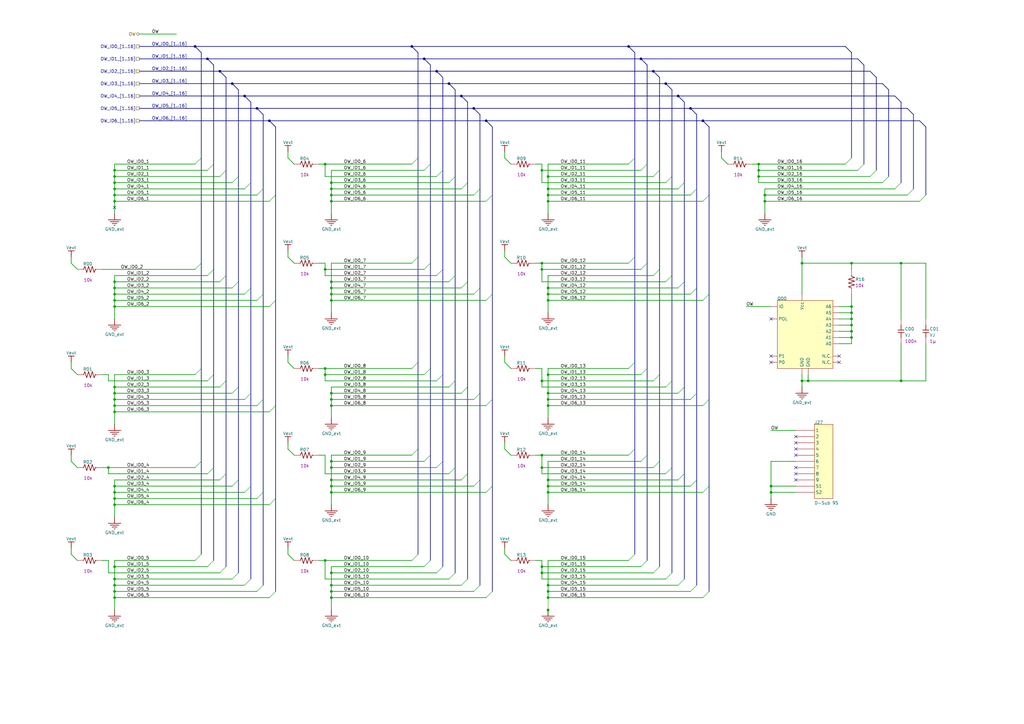
<source format=kicad_sch>
(kicad_sch (version 20211123) (generator eeschema)
  (paper "A3")
  (title_block (title "CAT-Modular Breadoard") (date "18.03.2022") (rev "1.1") (company "DLR e.V. Robert-Hooke Str. 7 28359 Bremen") (comment 1 "C. Strowik"))
  (junction (at 46.99 166.37))
  (junction (at 100.33 39.37))
  (junction (at 349.25 130.81))
  (junction (at 331.47 156.21))
  (junction (at 262.89 24.13))
  (junction (at 133.35 229.87))
  (junction (at 135.89 163.83))
  (junction (at 46.99 199.39))
  (junction (at 224.79 196.85))
  (junction (at 224.79 201.93))
  (junction (at 135.89 166.37))
  (junction (at 311.15 67.31))
  (junction (at 46.99 123.19))
  (junction (at 135.89 118.11))
  (junction (at 222.25 186.69))
  (junction (at 224.79 161.29))
  (junction (at 224.79 120.65))
  (junction (at 328.93 107.95))
  (junction (at 85.09 24.13))
  (junction (at 135.89 234.95))
  (junction (at 46.99 125.73))
  (junction (at 349.25 138.43))
  (junction (at 135.89 77.47))
  (junction (at 133.35 110.49))
  (junction (at 44.45 191.77))
  (junction (at 133.35 67.31))
  (junction (at 313.69 80.01))
  (junction (at 184.15 34.29))
  (junction (at 46.99 201.93))
  (junction (at 135.89 191.77))
  (junction (at 135.89 74.93))
  (junction (at 46.99 237.49))
  (junction (at 110.49 49.53))
  (junction (at 224.79 153.67))
  (junction (at 349.25 107.95))
  (junction (at 222.25 232.41))
  (junction (at 224.79 77.47))
  (junction (at 46.99 72.39))
  (junction (at 316.23 201.93))
  (junction (at 311.15 69.85))
  (junction (at 46.99 242.57))
  (junction (at 349.25 133.35))
  (junction (at 133.35 153.67))
  (junction (at 349.25 125.73))
  (junction (at 135.89 161.29))
  (junction (at 224.79 163.83))
  (junction (at 46.99 163.83))
  (junction (at 222.25 156.21))
  (junction (at 311.15 72.39))
  (junction (at 46.99 80.01))
  (junction (at 135.89 199.39))
  (junction (at 273.05 34.29))
  (junction (at 328.93 156.21))
  (junction (at 46.99 82.55))
  (junction (at 46.99 240.03))
  (junction (at 135.89 242.57))
  (junction (at 46.99 207.01))
  (junction (at 135.89 120.65))
  (junction (at 135.89 82.55))
  (junction (at 267.97 29.21))
  (junction (at 46.99 74.93))
  (junction (at 224.79 166.37))
  (junction (at 95.25 34.29))
  (junction (at 46.99 245.11))
  (junction (at 90.17 29.21))
  (junction (at 133.35 151.13))
  (junction (at 135.89 80.01))
  (junction (at 222.25 234.95))
  (junction (at 224.79 118.11))
  (junction (at 105.41 44.45))
  (junction (at 135.89 115.57))
  (junction (at 46.99 120.65))
  (junction (at 224.79 123.19))
  (junction (at 224.79 199.39))
  (junction (at 313.69 82.55))
  (junction (at 257.81 19.05))
  (junction (at 80.01 19.05))
  (junction (at 168.91 19.05))
  (junction (at 369.57 156.21))
  (junction (at 224.79 80.01))
  (junction (at 46.99 77.47))
  (junction (at 349.25 135.89))
  (junction (at 222.25 69.85))
  (junction (at 179.07 29.21))
  (junction (at 283.21 44.45))
  (junction (at 194.31 44.45))
  (junction (at 224.79 242.57))
  (junction (at 46.99 158.75))
  (junction (at 173.99 24.13))
  (junction (at 46.99 161.29))
  (junction (at 135.89 240.03))
  (junction (at 222.25 110.49))
  (junction (at 224.79 245.11))
  (junction (at 135.89 245.11))
  (junction (at 46.99 232.41))
  (junction (at 288.29 49.53))
  (junction (at 224.79 82.55))
  (junction (at 135.89 123.19))
  (junction (at 135.89 189.23))
  (junction (at 224.79 72.39))
  (junction (at 222.25 191.77))
  (junction (at 46.99 115.57))
  (junction (at 199.39 49.53))
  (junction (at 278.13 39.37))
  (junction (at 316.23 199.39))
  (junction (at 46.99 168.91))
  (junction (at 189.23 39.37))
  (junction (at 46.99 69.85))
  (junction (at 46.99 204.47))
  (junction (at 222.25 107.95))
  (junction (at 349.25 128.27))
  (junction (at 224.79 250.19))
  (junction (at 369.57 107.95))
  (junction (at 135.89 201.93))
  (junction (at 46.99 118.11))
  (junction (at 135.89 196.85))
  (junction (at 224.79 240.03))
  (no_connect (at 326.39 194.31))
  (no_connect (at 344.17 148.59))
  (no_connect (at 326.39 184.15))
  (no_connect (at 316.23 148.59))
  (no_connect (at 316.23 146.05))
  (no_connect (at 326.39 191.77))
  (no_connect (at 46.99 85.09))
  (no_connect (at 326.39 181.61))
  (no_connect (at 326.39 186.69))
  (no_connect (at 326.39 179.07))
  (no_connect (at 316.23 130.81))
  (no_connect (at 326.39 196.85))
  (no_connect (at 344.17 146.05))
  (bus_entry (at 92.71 194.31) (size -2.54 2.54))
  (bus_entry (at 275.59 113.03) (size -2.54 2.54))
  (bus_entry (at 82.55 151.13) (size -2.54 2.54))
  (bus_entry (at 176.53 151.13) (size -2.54 2.54))
  (bus_entry (at 201.93 242.57) (size -2.54 2.54))
  (bus_entry (at 191.77 74.93) (size -2.54 2.54))
  (bus_entry (at 181.61 153.67) (size -2.54 2.54))
  (bus_entry (at 285.75 161.29) (size -2.54 2.54))
  (bus_entry (at 290.83 163.83) (size -2.54 2.54))
  (bus_entry (at 107.95 240.03) (size -2.54 2.54))
  (bus_entry (at 102.87 161.29) (size -2.54 2.54))
  (bus_entry (at 82.55 64.77) (size -2.54 2.54))
  (bus_entry (at 280.67 194.31) (size -2.54 2.54))
  (bus_entry (at 275.59 72.39) (size -2.54 2.54))
  (bus_entry (at 379.73 80.01) (size -2.54 2.54))
  (bus_entry (at 196.85 196.85) (size -2.54 2.54))
  (bus_entry (at 265.43 151.13) (size -2.54 2.54))
  (bus_entry (at 201.93 163.83) (size -2.54 2.54))
  (bus_entry (at 285.75 118.11) (size -2.54 2.54))
  (bus_entry (at 87.63 110.49) (size -2.54 2.54))
  (bus_entry (at 290.83 80.01) (size -2.54 2.54))
  (bus_entry (at 102.87 199.39) (size -2.54 2.54))
  (bus_entry (at 82.55 189.23) (size -2.54 2.54))
  (bus_entry (at 196.85 240.03) (size -2.54 2.54))
  (bus_entry (at 260.35 64.77) (size -2.54 2.54))
  (bus_entry (at 364.49 72.39) (size -2.54 2.54))
  (bus_entry (at 181.61 69.85) (size -2.54 2.54))
  (bus_entry (at 280.67 158.75) (size -2.54 2.54))
  (bus_entry (at 290.83 199.39) (size -2.54 2.54))
  (bus_entry (at 92.71 156.21) (size -2.54 2.54))
  (bus_entry (at 97.79 234.95) (size -2.54 2.54))
  (bus_entry (at 260.35 227.33) (size -2.54 2.54))
  (bus_entry (at 87.63 67.31) (size -2.54 2.54))
  (bus_entry (at 186.69 113.03) (size -2.54 2.54))
  (bus_entry (at 102.87 74.93) (size -2.54 2.54))
  (bus_entry (at 113.03 80.01) (size -2.54 2.54))
  (bus_entry (at 176.53 229.87) (size -2.54 2.54))
  (bus_entry (at 107.95 120.65) (size -2.54 2.54))
  (bus_entry (at 191.77 115.57) (size -2.54 2.54))
  (bus_entry (at 191.77 158.75) (size -2.54 2.54))
  (bus_entry (at 359.41 69.85) (size -2.54 2.54))
  (bus_entry (at 369.57 74.93) (size -2.54 2.54))
  (bus_entry (at 186.69 191.77) (size -2.54 2.54))
  (bus_entry (at 87.63 153.67) (size -2.54 2.54))
  (bus_entry (at 290.83 242.57) (size -2.54 2.54))
  (bus_entry (at 107.95 163.83) (size -2.54 2.54))
  (bus_entry (at 97.79 196.85) (size -2.54 2.54))
  (bus_entry (at 97.79 115.57) (size -2.54 2.54))
  (bus_entry (at 349.25 64.77) (size -2.54 2.54))
  (bus_entry (at 270.51 69.85) (size -2.54 2.54))
  (bus_entry (at 265.43 107.95) (size -2.54 2.54))
  (bus_entry (at 176.53 107.95) (size -2.54 2.54))
  (bus_entry (at 102.87 118.11) (size -2.54 2.54))
  (bus_entry (at 275.59 234.95) (size -2.54 2.54))
  (bus_entry (at 285.75 240.03) (size -2.54 2.54))
  (bus_entry (at 186.69 156.21) (size -2.54 2.54))
  (bus_entry (at 280.67 115.57) (size -2.54 2.54))
  (bus_entry (at 280.67 74.93) (size -2.54 2.54))
  (bus_entry (at 260.35 184.15) (size -2.54 2.54))
  (bus_entry (at 201.93 120.65) (size -2.54 2.54))
  (bus_entry (at 270.51 153.67) (size -2.54 2.54))
  (bus_entry (at 82.55 227.33) (size -2.54 2.54))
  (bus_entry (at 107.95 77.47) (size -2.54 2.54))
  (bus_entry (at 260.35 105.41) (size -2.54 2.54))
  (bus_entry (at 285.75 196.85) (size -2.54 2.54))
  (bus_entry (at 92.71 232.41) (size -2.54 2.54))
  (bus_entry (at 176.53 186.69) (size -2.54 2.54))
  (bus_entry (at 92.71 69.85) (size -2.54 2.54))
  (bus_entry (at 270.51 110.49) (size -2.54 2.54))
  (bus_entry (at 171.45 148.59) (size -2.54 2.54))
  (bus_entry (at 191.77 194.31) (size -2.54 2.54))
  (bus_entry (at 186.69 72.39) (size -2.54 2.54))
  (bus_entry (at 290.83 120.65) (size -2.54 2.54))
  (bus_entry (at 171.45 227.33) (size -2.54 2.54))
  (bus_entry (at 113.03 166.37) (size -2.54 2.54))
  (bus_entry (at 171.45 64.77) (size -2.54 2.54))
  (bus_entry (at 265.43 67.31) (size -2.54 2.54))
  (bus_entry (at 196.85 118.11) (size -2.54 2.54))
  (bus_entry (at 196.85 77.47) (size -2.54 2.54))
  (bus_entry (at 107.95 201.93) (size -2.54 2.54))
  (bus_entry (at 260.35 148.59) (size -2.54 2.54))
  (bus_entry (at 186.69 234.95) (size -2.54 2.54))
  (bus_entry (at 196.85 161.29) (size -2.54 2.54))
  (bus_entry (at 176.53 67.31) (size -2.54 2.54))
  (bus_entry (at 82.55 107.95) (size -2.54 2.54))
  (bus_entry (at 113.03 242.57) (size -2.54 2.54))
  (bus_entry (at 270.51 232.41) (size -2.54 2.54))
  (bus_entry (at 181.61 189.23) (size -2.54 2.54))
  (bus_entry (at 374.65 77.47) (size -2.54 2.54))
  (bus_entry (at 191.77 237.49) (size -2.54 2.54))
  (bus_entry (at 275.59 156.21) (size -2.54 2.54))
  (bus_entry (at 181.61 232.41) (size -2.54 2.54))
  (bus_entry (at 354.33 67.31) (size -2.54 2.54))
  (bus_entry (at 265.43 229.87) (size -2.54 2.54))
  (bus_entry (at 97.79 72.39) (size -2.54 2.54))
  (bus_entry (at 97.79 158.75) (size -2.54 2.54))
  (bus_entry (at 113.03 123.19) (size -2.54 2.54))
  (bus_entry (at 285.75 77.47) (size -2.54 2.54))
  (bus_entry (at 102.87 237.49) (size -2.54 2.54))
  (bus_entry (at 201.93 80.01) (size -2.54 2.54))
  (bus_entry (at 92.71 113.03) (size -2.54 2.54))
  (bus_entry (at 265.43 186.69) (size -2.54 2.54))
  (bus_entry (at 171.45 184.15) (size -2.54 2.54))
  (bus_entry (at 181.61 110.49) (size -2.54 2.54))
  (bus_entry (at 171.45 105.41) (size -2.54 2.54))
  (bus_entry (at 201.93 199.39) (size -2.54 2.54))
  (bus_entry (at 280.67 237.49) (size -2.54 2.54))
  (bus_entry (at 113.03 204.47) (size -2.54 2.54))
  (bus_entry (at 275.59 191.77) (size -2.54 2.54))
  (bus_entry (at 87.63 229.87) (size -2.54 2.54))
  (bus_entry (at 270.51 189.23) (size -2.54 2.54))
  (bus_entry (at 87.63 191.77) (size -2.54 2.54))
  (wire (pts (xy 46.99 113.03) (xy 46.99 115.57)) (stroke (width 0.254)))
  (wire (pts (xy 369.57 156.21) (xy 369.57 140.97)) (stroke (width 0.254)))
  (bus (pts (xy 290.83 80.01) (xy 290.83 120.65)) (stroke (width 0.254)))
  (wire (pts (xy 133.35 153.67) (xy 133.35 156.21)) (stroke (width 0.254)))
  (wire (pts (xy 224.79 245.11) (xy 224.79 250.19)))
  (wire (pts (xy 349.25 107.95) (xy 369.57 107.95)) (stroke (width 0.254)))
  (wire (pts (xy 262.89 189.23) (xy 224.79 189.23)) (stroke (width 0.254)))
  (wire (pts (xy 199.39 245.11) (xy 135.89 245.11)) (stroke (width 0.254)))
  (bus (pts (xy 179.07 29.21) (xy 267.97 29.21)) (stroke (width 0.254)))
  (wire (pts (xy 168.91 107.95) (xy 135.89 107.95)) (stroke (width 0.254)))
  (bus (pts (xy 102.87 161.29) (xy 102.87 199.39)) (stroke (width 0.254)))
  (wire (pts (xy 133.35 194.31) (xy 184.15 194.31)) (stroke (width 0.254)))
  (bus (pts (xy 285.75 118.11) (xy 285.75 161.29)) (stroke (width 0.254)))
  (wire (pts (xy 29.21 107.95) (xy 29.21 105.41)) (stroke (width 0.254)))
  (wire (pts (xy 130.81 229.87) (xy 133.35 229.87)) (stroke (width 0.254)))
  (bus (pts (xy 364.49 36.83) (xy 364.49 72.39)) (stroke (width 0.254)))
  (wire (pts (xy 224.79 120.65) (xy 224.79 123.19)) (stroke (width 0.254)))
  (wire (pts (xy 257.81 67.31) (xy 224.79 67.31)) (stroke (width 0.254)))
  (wire (pts (xy 224.79 250.19) (xy 224.79 252.73)))
  (wire (pts (xy 278.13 196.85) (xy 224.79 196.85)) (stroke (width 0.254)))
  (wire (pts (xy 283.21 120.65) (xy 224.79 120.65)) (stroke (width 0.254)))
  (wire (pts (xy 46.99 201.93) (xy 46.99 204.47)) (stroke (width 0.254)))
  (wire (pts (xy 100.33 201.93) (xy 46.99 201.93)) (stroke (width 0.254)))
  (bus (pts (xy 290.83 199.39) (xy 290.83 242.57)) (stroke (width 0.254)))
  (wire (pts (xy 369.57 156.21) (xy 379.73 156.21)) (stroke (width 0.254)))
  (wire (pts (xy 133.35 67.31) (xy 133.35 72.39)) (stroke (width 0.254)))
  (bus (pts (xy 267.97 29.21) (xy 356.87 29.21)) (stroke (width 0.254)))
  (wire (pts (xy 118.11 148.59) (xy 118.11 146.05)) (stroke (width 0.254)))
  (wire (pts (xy 133.35 186.69) (xy 133.35 194.31)) (stroke (width 0.254)))
  (wire (pts (xy 184.15 115.57) (xy 135.89 115.57)) (stroke (width 0.254)))
  (wire (pts (xy 219.71 186.69) (xy 222.25 186.69)) (stroke (width 0.254)))
  (wire (pts (xy 46.99 82.55) (xy 46.99 80.01)) (stroke (width 0.254)))
  (bus (pts (xy 273.05 34.29) (xy 361.95 34.29)) (stroke (width 0.254)))
  (bus (pts (xy 280.67 74.93) (xy 280.67 115.57)) (stroke (width 0.254)))
  (wire (pts (xy 168.91 151.13) (xy 133.35 151.13)) (stroke (width 0.254)))
  (wire (pts (xy 184.15 237.49) (xy 133.35 237.49)) (stroke (width 0.254)))
  (wire (pts (xy 44.45 156.21) (xy 44.45 153.67)) (stroke (width 0.254)))
  (wire (pts (xy 349.25 135.89) (xy 349.25 138.43)) (stroke (width 0.254)))
  (wire (pts (xy 118.11 227.33) (xy 118.11 224.79)) (stroke (width 0.254)))
  (wire (pts (xy 135.89 158.75) (xy 135.89 161.29)) (stroke (width 0.254)))
  (wire (pts (xy 219.71 67.31) (xy 222.25 67.31)) (stroke (width 0.254)))
  (wire (pts (xy 179.07 234.95) (xy 135.89 234.95)) (stroke (width 0.254)))
  (wire (pts (xy 222.25 191.77) (xy 222.25 186.69)) (stroke (width 0.254)))
  (wire (pts (xy 46.99 196.85) (xy 46.99 199.39)) (stroke (width 0.254)))
  (wire (pts (xy 31.75 110.49) (xy 29.21 107.95)) (stroke (width 0.254)))
  (wire (pts (xy 344.17 133.35) (xy 349.25 133.35)) (stroke (width 0.254)))
  (wire (pts (xy 44.45 229.87) (xy 44.45 234.95)) (stroke (width 0.254)))
  (wire (pts (xy 135.89 240.03) (xy 135.89 242.57)) (stroke (width 0.254)))
  (wire (pts (xy 44.45 191.77) (xy 41.91 191.77)) (stroke (width 0.254)))
  (wire (pts (xy 46.99 163.83) (xy 46.99 166.37)) (stroke (width 0.254)))
  (wire (pts (xy 100.33 120.65) (xy 46.99 120.65)) (stroke (width 0.254)))
  (wire (pts (xy 283.21 80.01) (xy 224.79 80.01)) (stroke (width 0.254)))
  (wire (pts (xy 262.89 110.49) (xy 222.25 110.49)) (stroke (width 0.254)))
  (wire (pts (xy 46.99 118.11) (xy 46.99 120.65)) (stroke (width 0.254)))
  (bus (pts (xy 176.53 151.13) (xy 176.53 186.69)) (stroke (width 0.254)))
  (bus (pts (xy 57.15 44.45) (xy 105.41 44.45)) (stroke (width 0.254)))
  (wire (pts (xy 283.21 242.57) (xy 224.79 242.57)) (stroke (width 0.254)))
  (wire (pts (xy 100.33 77.47) (xy 46.99 77.47)) (stroke (width 0.254)))
  (bus (pts (xy 262.89 24.13) (xy 351.79 24.13)) (stroke (width 0.254)))
  (wire (pts (xy 224.79 153.67) (xy 224.79 161.29)) (stroke (width 0.254)))
  (wire (pts (xy 326.39 189.23) (xy 316.23 189.23)) (stroke (width 0.254)))
  (wire (pts (xy 224.79 199.39) (xy 224.79 201.93)) (stroke (width 0.254)))
  (wire (pts (xy 90.17 158.75) (xy 46.99 158.75)) (stroke (width 0.254)))
  (bus (pts (xy 87.63 26.67) (xy 87.63 67.31)) (stroke (width 0.254)))
  (wire (pts (xy 46.99 199.39) (xy 46.99 201.93)) (stroke (width 0.254)))
  (wire (pts (xy 194.31 199.39) (xy 135.89 199.39)) (stroke (width 0.254)))
  (wire (pts (xy 311.15 67.31) (xy 311.15 69.85)) (stroke (width 0.254)))
  (wire (pts (xy 41.91 110.49) (xy 80.01 110.49)) (stroke (width 0.254)))
  (wire (pts (xy 95.25 74.93) (xy 46.99 74.93)) (stroke (width 0.254)))
  (bus (pts (xy 278.13 39.37) (xy 367.03 39.37)) (stroke (width 0.254)))
  (wire (pts (xy 135.89 189.23) (xy 135.89 191.77)) (stroke (width 0.254)))
  (wire (pts (xy 168.91 229.87) (xy 133.35 229.87)) (stroke (width 0.254)))
  (bus (pts (xy 186.69 72.39) (xy 186.69 113.03)) (stroke (width 0.254)))
  (wire (pts (xy 46.99 67.31) (xy 46.99 69.85)) (stroke (width 0.254)))
  (wire (pts (xy 326.39 201.93) (xy 316.23 201.93)) (stroke (width 0.254)))
  (wire (pts (xy 313.69 80.01) (xy 313.69 77.47)) (stroke (width 0.254)))
  (wire (pts (xy 313.69 82.55) (xy 313.69 80.01)) (stroke (width 0.254)))
  (wire (pts (xy 130.81 67.31) (xy 133.35 67.31)) (stroke (width 0.254)))
  (wire (pts (xy 130.81 151.13) (xy 133.35 151.13)) (stroke (width 0.254)))
  (wire (pts (xy 222.25 107.95) (xy 219.71 107.95)) (stroke (width 0.254)))
  (wire (pts (xy 118.11 184.15) (xy 118.11 181.61)) (stroke (width 0.254)))
  (bus (pts (xy 359.41 31.75) (xy 359.41 69.85)) (stroke (width 0.254)))
  (bus (pts (xy 80.01 19.05) (xy 82.55 21.59)) (stroke (width 0.254)))
  (bus (pts (xy 57.15 19.05) (xy 80.01 19.05)) (stroke (width 0.254)))
  (wire (pts (xy 120.65 186.69) (xy 118.11 184.15)) (stroke (width 0.254)))
  (wire (pts (xy 209.55 151.13) (xy 207.01 148.59)) (stroke (width 0.254)))
  (bus (pts (xy 285.75 77.47) (xy 285.75 118.11)) (stroke (width 0.254)))
  (wire (pts (xy 262.89 153.67) (xy 224.79 153.67)) (stroke (width 0.254)))
  (wire (pts (xy 110.49 168.91) (xy 46.99 168.91)) (stroke (width 0.254)))
  (bus (pts (xy 105.41 44.45) (xy 194.31 44.45)) (stroke (width 0.254)))
  (wire (pts (xy 328.93 120.65) (xy 328.93 107.95)) (stroke (width 0.254)))
  (wire (pts (xy 199.39 201.93) (xy 135.89 201.93)) (stroke (width 0.254)))
  (bus (pts (xy 361.95 34.29) (xy 364.49 36.83)) (stroke (width 0.254)))
  (bus (pts (xy 191.77 158.75) (xy 191.77 194.31)) (stroke (width 0.254)))
  (wire (pts (xy 369.57 107.95) (xy 379.73 107.95)) (stroke (width 0.254)))
  (wire (pts (xy 168.91 186.69) (xy 135.89 186.69)) (stroke (width 0.254)))
  (wire (pts (xy 207.01 105.41) (xy 207.01 102.87)) (stroke (width 0.254)))
  (bus (pts (xy 57.15 29.21) (xy 90.17 29.21)) (stroke (width 0.254)))
  (bus (pts (xy 186.69 191.77) (xy 186.69 234.95)) (stroke (width 0.254)))
  (wire (pts (xy 209.55 107.95) (xy 207.01 105.41)) (stroke (width 0.254)))
  (wire (pts (xy 207.01 64.77) (xy 207.01 62.23)) (stroke (width 0.254)))
  (bus (pts (xy 270.51 189.23) (xy 270.51 232.41)) (stroke (width 0.254)))
  (wire (pts (xy 379.73 156.21) (xy 379.73 140.97)) (stroke (width 0.254)))
  (bus (pts (xy 265.43 26.67) (xy 265.43 67.31)) (stroke (width 0.254)))
  (wire (pts (xy 90.17 115.57) (xy 46.99 115.57)) (stroke (width 0.254)))
  (wire (pts (xy 110.49 245.11) (xy 46.99 245.11)) (stroke (width 0.254)))
  (wire (pts (xy 351.79 69.85) (xy 311.15 69.85)) (stroke (width 0.254)))
  (wire (pts (xy 46.99 240.03) (xy 46.99 242.57)) (stroke (width 0.254)))
  (bus (pts (xy 181.61 31.75) (xy 181.61 69.85)) (stroke (width 0.254)))
  (bus (pts (xy 82.55 21.59) (xy 82.55 64.77)) (stroke (width 0.254)))
  (bus (pts (xy 57.15 24.13) (xy 85.09 24.13)) (stroke (width 0.254)))
  (bus (pts (xy 176.53 26.67) (xy 176.53 67.31)) (stroke (width 0.254)))
  (wire (pts (xy 209.55 186.69) (xy 207.01 184.15)) (stroke (width 0.254)))
  (bus (pts (xy 171.45 105.41) (xy 171.45 148.59)) (stroke (width 0.254)))
  (bus (pts (xy 201.93 52.07) (xy 201.93 80.01)) (stroke (width 0.254)))
  (wire (pts (xy 46.99 77.47) (xy 46.99 80.01)) (stroke (width 0.254)))
  (wire (pts (xy 344.17 128.27) (xy 349.25 128.27)) (stroke (width 0.254)))
  (wire (pts (xy 222.25 156.21) (xy 222.25 158.75)) (stroke (width 0.254)))
  (wire (pts (xy 44.45 194.31) (xy 44.45 191.77)) (stroke (width 0.254)))
  (wire (pts (xy 349.25 130.81) (xy 349.25 133.35)) (stroke (width 0.254)))
  (bus (pts (xy 107.95 163.83) (xy 107.95 201.93)) (stroke (width 0.254)))
  (wire (pts (xy 349.25 120.65) (xy 349.25 125.73)) (stroke (width 0.254)))
  (wire (pts (xy 328.93 156.21) (xy 328.93 153.67)) (stroke (width 0.254)))
  (wire (pts (xy 130.81 186.69) (xy 133.35 186.69)) (stroke (width 0.254)))
  (wire (pts (xy 316.23 199.39) (xy 316.23 201.93)) (stroke (width 0.254)))
  (wire (pts (xy 224.79 72.39) (xy 224.79 77.47)) (stroke (width 0.254)))
  (wire (pts (xy 118.11 105.41) (xy 118.11 102.87)) (stroke (width 0.254)))
  (wire (pts (xy 222.25 74.93) (xy 273.05 74.93)) (stroke (width 0.254)))
  (wire (pts (xy 120.65 229.87) (xy 118.11 227.33)) (stroke (width 0.254)))
  (bus (pts (xy 349.25 21.59) (xy 346.71 19.05)) (stroke (width 0.254)))
  (wire (pts (xy 328.93 107.95) (xy 328.93 105.41)) (stroke (width 0.254)))
  (bus (pts (xy 196.85 196.85) (xy 196.85 240.03)) (stroke (width 0.254)))
  (wire (pts (xy 257.81 107.95) (xy 222.25 107.95)) (stroke (width 0.254)))
  (wire (pts (xy 105.41 204.47) (xy 46.99 204.47)) (stroke (width 0.254)))
  (wire (pts (xy 135.89 191.77) (xy 135.89 196.85)) (stroke (width 0.254)))
  (wire (pts (xy 46.99 115.57) (xy 46.99 118.11)) (stroke (width 0.254)))
  (bus (pts (xy 95.25 34.29) (xy 97.79 36.83)) (stroke (width 0.254)))
  (wire (pts (xy 133.35 151.13) (xy 133.35 153.67)) (stroke (width 0.254)))
  (wire (pts (xy 46.99 242.57) (xy 46.99 245.11)) (stroke (width 0.254)))
  (bus (pts (xy 278.13 39.37) (xy 280.67 41.91)) (stroke (width 0.254)))
  (wire (pts (xy 31.75 191.77) (xy 29.21 189.23)) (stroke (width 0.254)))
  (wire (pts (xy 46.99 120.65) (xy 46.99 123.19)) (stroke (width 0.254)))
  (wire (pts (xy 224.79 151.13) (xy 224.79 153.67)) (stroke (width 0.254)))
  (wire (pts (xy 313.69 87.63) (xy 313.69 82.55)) (stroke (width 0.254)))
  (bus (pts (xy 85.09 24.13) (xy 173.99 24.13)) (stroke (width 0.254)))
  (bus (pts (xy 191.77 74.93) (xy 191.77 115.57)) (stroke (width 0.254)))
  (wire (pts (xy 173.99 189.23) (xy 135.89 189.23)) (stroke (width 0.254)))
  (bus (pts (xy 173.99 24.13) (xy 262.89 24.13)) (stroke (width 0.254)))
  (wire (pts (xy 356.87 72.39) (xy 311.15 72.39)) (stroke (width 0.254)))
  (bus (pts (xy 260.35 105.41) (xy 260.35 148.59)) (stroke (width 0.254)))
  (bus (pts (xy 87.63 153.67) (xy 87.63 191.77)) (stroke (width 0.254)))
  (wire (pts (xy 46.99 125.73) (xy 46.99 123.19)) (stroke (width 0.254)))
  (wire (pts (xy 349.25 107.95) (xy 349.25 110.49)) (stroke (width 0.254)))
  (bus (pts (xy 275.59 113.03) (xy 275.59 156.21)) (stroke (width 0.254)))
  (bus (pts (xy 283.21 44.45) (xy 372.11 44.45)) (stroke (width 0.254)))
  (wire (pts (xy 46.99 123.19) (xy 105.41 123.19)) (stroke (width 0.254)))
  (wire (pts (xy 133.35 237.49) (xy 133.35 229.87)) (stroke (width 0.254)))
  (wire (pts (xy 118.11 64.77) (xy 118.11 62.23)) (stroke (width 0.254)))
  (bus (pts (xy 270.51 69.85) (xy 270.51 110.49)) (stroke (width 0.254)))
  (wire (pts (xy 80.01 191.77) (xy 44.45 191.77)) (stroke (width 0.254)))
  (wire (pts (xy 222.25 69.85) (xy 222.25 74.93)) (stroke (width 0.254)))
  (bus (pts (xy 113.03 166.37) (xy 113.03 204.47)) (stroke (width 0.254)))
  (wire (pts (xy 46.99 166.37) (xy 46.99 168.91)) (stroke (width 0.254)))
  (bus (pts (xy 87.63 110.49) (xy 87.63 153.67)) (stroke (width 0.254)))
  (wire (pts (xy 194.31 163.83) (xy 135.89 163.83)) (stroke (width 0.254)))
  (bus (pts (xy 113.03 204.47) (xy 113.03 242.57)) (stroke (width 0.254)))
  (bus (pts (xy 100.33 39.37) (xy 102.87 41.91)) (stroke (width 0.254)))
  (wire (pts (xy 199.39 123.19) (xy 135.89 123.19)) (stroke (width 0.254)))
  (wire (pts (xy 367.03 77.47) (xy 313.69 77.47)) (stroke (width 0.254)))
  (wire (pts (xy 316.23 125.73) (xy 306.07 125.73)) (stroke (width 0.254)))
  (bus (pts (xy 201.93 80.01) (xy 201.93 120.65)) (stroke (width 0.254)))
  (wire (pts (xy 80.01 229.87) (xy 46.99 229.87)) (stroke (width 0.254)))
  (bus (pts (xy 356.87 29.21) (xy 359.41 31.75)) (stroke (width 0.254)))
  (wire (pts (xy 219.71 151.13) (xy 222.25 151.13)) (stroke (width 0.254)))
  (bus (pts (xy 275.59 156.21) (xy 275.59 191.77)) (stroke (width 0.254)))
  (wire (pts (xy 46.99 87.63) (xy 46.99 82.55)) (stroke (width 0.254)))
  (wire (pts (xy 120.65 107.95) (xy 118.11 105.41)) (stroke (width 0.254)))
  (wire (pts (xy 105.41 166.37) (xy 46.99 166.37)) (stroke (width 0.254)))
  (wire (pts (xy 222.25 158.75) (xy 273.05 158.75)) (stroke (width 0.254)))
  (bus (pts (xy 80.01 19.05) (xy 168.91 19.05)) (stroke (width 0.254)))
  (wire (pts (xy 90.17 196.85) (xy 46.99 196.85)) (stroke (width 0.254)))
  (bus (pts (xy 87.63 191.77) (xy 87.63 229.87)) (stroke (width 0.254)))
  (bus (pts (xy 280.67 115.57) (xy 280.67 158.75)) (stroke (width 0.254)))
  (wire (pts (xy 224.79 123.19) (xy 224.79 128.27)) (stroke (width 0.254)))
  (bus (pts (xy 92.71 69.85) (xy 92.71 113.03)) (stroke (width 0.254)))
  (wire (pts (xy 372.11 80.01) (xy 313.69 80.01)) (stroke (width 0.254)))
  (wire (pts (xy 46.99 245.11) (xy 46.99 250.19)) (stroke (width 0.254)))
  (bus (pts (xy 275.59 191.77) (xy 275.59 234.95)) (stroke (width 0.254)))
  (wire (pts (xy 46.99 72.39) (xy 46.99 74.93)) (stroke (width 0.254)))
  (bus (pts (xy 270.51 31.75) (xy 270.51 69.85)) (stroke (width 0.254)))
  (wire (pts (xy 189.23 196.85) (xy 135.89 196.85)) (stroke (width 0.254)))
  (bus (pts (xy 196.85 161.29) (xy 196.85 196.85)) (stroke (width 0.254)))
  (wire (pts (xy 135.89 120.65) (xy 135.89 123.19)) (stroke (width 0.254)))
  (bus (pts (xy 377.19 49.53) (xy 379.73 52.07)) (stroke (width 0.254)))
  (bus (pts (xy 181.61 110.49) (xy 181.61 153.67)) (stroke (width 0.254)))
  (bus (pts (xy 285.75 161.29) (xy 285.75 196.85)) (stroke (width 0.254)))
  (wire (pts (xy 328.93 156.21) (xy 328.93 158.75)) (stroke (width 0.254)))
  (wire (pts (xy 344.17 130.81) (xy 349.25 130.81)) (stroke (width 0.254)))
  (wire (pts (xy 133.35 110.49) (xy 133.35 113.03)) (stroke (width 0.254)))
  (wire (pts (xy 283.21 199.39) (xy 224.79 199.39)) (stroke (width 0.254)))
  (bus (pts (xy 257.81 19.05) (xy 260.35 21.59)) (stroke (width 0.254)))
  (wire (pts (xy 135.89 199.39) (xy 135.89 201.93)) (stroke (width 0.254)))
  (wire (pts (xy 311.15 72.39) (xy 311.15 74.93)) (stroke (width 0.254)))
  (bus (pts (xy 90.17 29.21) (xy 179.07 29.21)) (stroke (width 0.254)))
  (wire (pts (xy 311.15 69.85) (xy 311.15 72.39)) (stroke (width 0.254)))
  (wire (pts (xy 316.23 189.23) (xy 316.23 199.39)) (stroke (width 0.254)))
  (bus (pts (xy 181.61 153.67) (xy 181.61 189.23)) (stroke (width 0.254)))
  (bus (pts (xy 288.29 49.53) (xy 290.83 52.07)) (stroke (width 0.254)))
  (bus (pts (xy 280.67 158.75) (xy 280.67 194.31)) (stroke (width 0.254)))
  (wire (pts (xy 222.25 156.21) (xy 267.97 156.21)) (stroke (width 0.254)))
  (bus (pts (xy 196.85 46.99) (xy 196.85 77.47)) (stroke (width 0.254)))
  (wire (pts (xy 135.89 234.95) (xy 135.89 240.03)) (stroke (width 0.254)))
  (wire (pts (xy 46.99 229.87) (xy 46.99 232.41)) (stroke (width 0.254)))
  (bus (pts (xy 288.29 49.53) (xy 377.19 49.53)) (stroke (width 0.254)))
  (wire (pts (xy 344.17 138.43) (xy 349.25 138.43)) (stroke (width 0.254)))
  (wire (pts (xy 349.25 128.27) (xy 349.25 130.81)) (stroke (width 0.254)))
  (wire (pts (xy 222.25 229.87) (xy 222.25 232.41)) (stroke (width 0.254)))
  (bus (pts (xy 199.39 49.53) (xy 288.29 49.53)) (stroke (width 0.254)))
  (wire (pts (xy 90.17 72.39) (xy 46.99 72.39)) (stroke (width 0.254)))
  (wire (pts (xy 222.25 232.41) (xy 222.25 234.95)) (stroke (width 0.254)))
  (bus (pts (xy 265.43 67.31) (xy 265.43 107.95)) (stroke (width 0.254)))
  (wire (pts (xy 135.89 186.69) (xy 135.89 189.23)) (stroke (width 0.254)))
  (wire (pts (xy 369.57 130.81) (xy 369.57 107.95)) (stroke (width 0.254)))
  (wire (pts (xy 224.79 163.83) (xy 224.79 166.37)) (stroke (width 0.254)))
  (bus (pts (xy 290.83 163.83) (xy 290.83 199.39)) (stroke (width 0.254)))
  (wire (pts (xy 135.89 163.83) (xy 135.89 166.37)) (stroke (width 0.254)))
  (wire (pts (xy 46.99 130.81) (xy 46.99 125.73)) (stroke (width 0.254)))
  (wire (pts (xy 46.99 207.01) (xy 46.99 212.09)) (stroke (width 0.254)))
  (wire (pts (xy 349.25 125.73) (xy 349.25 128.27)) (stroke (width 0.254)))
  (bus (pts (xy 186.69 113.03) (xy 186.69 156.21)) (stroke (width 0.254)))
  (wire (pts (xy 295.91 64.77) (xy 295.91 62.23)) (stroke (width 0.254)))
  (wire (pts (xy 207.01 148.59) (xy 207.01 146.05)) (stroke (width 0.254)))
  (bus (pts (xy 107.95 77.47) (xy 107.95 120.65)) (stroke (width 0.254)))
  (wire (pts (xy 344.17 125.73) (xy 349.25 125.73)) (stroke (width 0.254)))
  (bus (pts (xy 113.03 52.07) (xy 113.03 80.01)) (stroke (width 0.254)))
  (bus (pts (xy 57.15 39.37) (xy 100.33 39.37)) (stroke (width 0.254)))
  (bus (pts (xy 97.79 158.75) (xy 97.79 196.85)) (stroke (width 0.254)))
  (bus (pts (xy 87.63 67.31) (xy 87.63 110.49)) (stroke (width 0.254)))
  (wire (pts (xy 222.25 151.13) (xy 222.25 156.21)) (stroke (width 0.254)))
  (bus (pts (xy 194.31 44.45) (xy 196.85 46.99)) (stroke (width 0.254)))
  (bus (pts (xy 171.45 64.77) (xy 171.45 105.41)) (stroke (width 0.254)))
  (bus (pts (xy 173.99 24.13) (xy 176.53 26.67)) (stroke (width 0.254)))
  (wire (pts (xy 207.01 227.33) (xy 207.01 224.79)) (stroke (width 0.254)))
  (bus (pts (xy 82.55 64.77) (xy 82.55 107.95)) (stroke (width 0.254)))
  (wire (pts (xy 85.09 156.21) (xy 44.45 156.21)) (stroke (width 0.254)))
  (bus (pts (xy 102.87 74.93) (xy 102.87 118.11)) (stroke (width 0.254)))
  (bus (pts (xy 283.21 44.45) (xy 285.75 46.99)) (stroke (width 0.254)))
  (bus (pts (xy 196.85 118.11) (xy 196.85 161.29)) (stroke (width 0.254)))
  (wire (pts (xy 173.99 69.85) (xy 135.89 69.85)) (stroke (width 0.254)))
  (wire (pts (xy 80.01 153.67) (xy 46.99 153.67)) (stroke (width 0.254)))
  (wire (pts (xy 224.79 189.23) (xy 224.79 196.85)) (stroke (width 0.254)))
  (wire (pts (xy 135.89 196.85) (xy 135.89 199.39)) (stroke (width 0.254)))
  (bus (pts (xy 280.67 41.91) (xy 280.67 74.93)) (stroke (width 0.254)))
  (bus (pts (xy 110.49 49.53) (xy 113.03 52.07)) (stroke (width 0.254)))
  (wire (pts (xy 100.33 240.03) (xy 46.99 240.03)) (stroke (width 0.254)))
  (bus (pts (xy 181.61 189.23) (xy 181.61 232.41)) (stroke (width 0.254)))
  (wire (pts (xy 133.35 72.39) (xy 179.07 72.39)) (stroke (width 0.254)))
  (bus (pts (xy 275.59 72.39) (xy 275.59 113.03)) (stroke (width 0.254)))
  (wire (pts (xy 328.93 107.95) (xy 349.25 107.95)) (stroke (width 0.254)))
  (bus (pts (xy 85.09 24.13) (xy 87.63 26.67)) (stroke (width 0.254)))
  (wire (pts (xy 135.89 77.47) (xy 135.89 80.01)) (stroke (width 0.254)))
  (wire (pts (xy 194.31 80.01) (xy 135.89 80.01)) (stroke (width 0.254)))
  (wire (pts (xy 135.89 161.29) (xy 135.89 163.83)) (stroke (width 0.254)))
  (bus (pts (xy 171.45 21.59) (xy 171.45 64.77)) (stroke (width 0.254)))
  (wire (pts (xy 29.21 151.13) (xy 29.21 148.59)) (stroke (width 0.254)))
  (bus (pts (xy 97.79 72.39) (xy 97.79 115.57)) (stroke (width 0.254)))
  (wire (pts (xy 100.33 163.83) (xy 46.99 163.83)) (stroke (width 0.254)))
  (wire (pts (xy 184.15 158.75) (xy 135.89 158.75)) (stroke (width 0.254)))
  (wire (pts (xy 85.09 232.41) (xy 46.99 232.41)) (stroke (width 0.254)))
  (wire (pts (xy 369.57 156.21) (xy 331.47 156.21)) (stroke (width 0.254)))
  (bus (pts (xy 100.33 39.37) (xy 189.23 39.37)) (stroke (width 0.254)))
  (wire (pts (xy 46.99 161.29) (xy 46.99 163.83)) (stroke (width 0.254)))
  (bus (pts (xy 57.15 34.29) (xy 95.25 34.29)) (stroke (width 0.254)))
  (bus (pts (xy 97.79 36.83) (xy 97.79 72.39)) (stroke (width 0.254)))
  (wire (pts (xy 278.13 161.29) (xy 224.79 161.29)) (stroke (width 0.254)))
  (wire (pts (xy 46.99 158.75) (xy 46.99 161.29)) (stroke (width 0.254)))
  (wire (pts (xy 331.47 156.21) (xy 328.93 156.21)) (stroke (width 0.254)))
  (wire (pts (xy 44.45 153.67) (xy 41.91 153.67)) (stroke (width 0.254)))
  (wire (pts (xy 110.49 125.73) (xy 46.99 125.73)) (stroke (width 0.254)))
  (bus (pts (xy 105.41 44.45) (xy 107.95 46.99)) (stroke (width 0.254)))
  (bus (pts (xy 280.67 194.31) (xy 280.67 237.49)) (stroke (width 0.254)))
  (bus (pts (xy 186.69 36.83) (xy 186.69 72.39)) (stroke (width 0.254)))
  (bus (pts (xy 95.25 34.29) (xy 184.15 34.29)) (stroke (width 0.254)))
  (wire (pts (xy 110.49 207.01) (xy 46.99 207.01)) (stroke (width 0.254)))
  (wire (pts (xy 273.05 115.57) (xy 222.25 115.57)) (stroke (width 0.254)))
  (bus (pts (xy 285.75 196.85) (xy 285.75 240.03)) (stroke (width 0.254)))
  (wire (pts (xy 189.23 161.29) (xy 135.89 161.29)) (stroke (width 0.254)))
  (wire (pts (xy 222.25 67.31) (xy 222.25 69.85)) (stroke (width 0.254)))
  (wire (pts (xy 257.81 229.87) (xy 224.79 229.87)) (stroke (width 0.254)))
  (wire (pts (xy 46.99 237.49) (xy 46.99 240.03)) (stroke (width 0.254)))
  (bus (pts (xy 92.71 113.03) (xy 92.71 156.21)) (stroke (width 0.254)))
  (wire (pts (xy 278.13 77.47) (xy 224.79 77.47)) (stroke (width 0.254)))
  (wire (pts (xy 130.81 107.95) (xy 133.35 107.95)) (stroke (width 0.254)))
  (wire (pts (xy 194.31 242.57) (xy 135.89 242.57)) (stroke (width 0.254)))
  (wire (pts (xy 189.23 240.03) (xy 135.89 240.03)) (stroke (width 0.254)))
  (bus (pts (xy 97.79 115.57) (xy 97.79 158.75)) (stroke (width 0.254)))
  (bus (pts (xy 354.33 26.67) (xy 354.33 67.31)) (stroke (width 0.254)))
  (wire (pts (xy 105.41 242.57) (xy 46.99 242.57)) (stroke (width 0.254)))
  (bus (pts (xy 201.93 120.65) (xy 201.93 163.83)) (stroke (width 0.254)))
  (wire (pts (xy 224.79 77.47) (xy 224.79 80.01)) (stroke (width 0.254)))
  (wire (pts (xy 173.99 110.49) (xy 133.35 110.49)) (stroke (width 0.254)))
  (bus (pts (xy 184.15 34.29) (xy 186.69 36.83)) (stroke (width 0.254)))
  (wire (pts (xy 209.55 229.87) (xy 207.01 227.33)) (stroke (width 0.254)))
  (bus (pts (xy 369.57 41.91) (xy 369.57 74.93)) (stroke (width 0.254)))
  (wire (pts (xy 46.99 74.93) (xy 46.99 77.47)) (stroke (width 0.254)))
  (wire (pts (xy 278.13 240.03) (xy 224.79 240.03)) (stroke (width 0.254)))
  (bus (pts (xy 367.03 39.37) (xy 369.57 41.91)) (stroke (width 0.254)))
  (bus (pts (xy 260.35 64.77) (xy 260.35 105.41)) (stroke (width 0.254)))
  (bus (pts (xy 260.35 21.59) (xy 260.35 64.77)) (stroke (width 0.254)))
  (wire (pts (xy 173.99 153.67) (xy 133.35 153.67)) (stroke (width 0.254)))
  (wire (pts (xy 288.29 201.93) (xy 224.79 201.93)) (stroke (width 0.254)))
  (bus (pts (xy 168.91 19.05) (xy 257.81 19.05)) (stroke (width 0.254)))
  (wire (pts (xy 95.25 118.11) (xy 46.99 118.11)) (stroke (width 0.254)))
  (wire (pts (xy 173.99 232.41) (xy 135.89 232.41)) (stroke (width 0.254)))
  (wire (pts (xy 224.79 196.85) (xy 224.79 199.39)) (stroke (width 0.254)))
  (bus (pts (xy 290.83 52.07) (xy 290.83 80.01)) (stroke (width 0.254)))
  (wire (pts (xy 346.71 67.31) (xy 311.15 67.31)) (stroke (width 0.254)))
  (bus (pts (xy 57.15 49.53) (xy 110.49 49.53)) (stroke (width 0.254)))
  (wire (pts (xy 95.25 237.49) (xy 46.99 237.49)) (stroke (width 0.254)))
  (bus (pts (xy 189.23 39.37) (xy 278.13 39.37)) (stroke (width 0.254)))
  (wire (pts (xy 288.29 82.55) (xy 224.79 82.55)) (stroke (width 0.254)))
  (wire (pts (xy 135.89 74.93) (xy 135.89 77.47)) (stroke (width 0.254)))
  (bus (pts (xy 113.03 123.19) (xy 113.03 166.37)) (stroke (width 0.254)))
  (bus (pts (xy 265.43 186.69) (xy 265.43 229.87)) (stroke (width 0.254)))
  (bus (pts (xy 374.65 46.99) (xy 374.65 77.47)) (stroke (width 0.254)))
  (wire (pts (xy 135.89 123.19) (xy 135.89 128.27)) (stroke (width 0.254)))
  (wire (pts (xy 85.09 69.85) (xy 46.99 69.85)) (stroke (width 0.254)))
  (bus (pts (xy 265.43 151.13) (xy 265.43 186.69)) (stroke (width 0.254)))
  (wire (pts (xy 224.79 82.55) (xy 224.79 87.63)) (stroke (width 0.254)))
  (wire (pts (xy 179.07 191.77) (xy 135.89 191.77)) (stroke (width 0.254)))
  (bus (pts (xy 82.55 189.23) (xy 82.55 227.33)) (stroke (width 0.254)))
  (wire (pts (xy 222.25 234.95) (xy 222.25 237.49)) (stroke (width 0.254)))
  (bus (pts (xy 113.03 80.01) (xy 113.03 123.19)) (stroke (width 0.254)))
  (wire (pts (xy 316.23 201.93) (xy 316.23 204.47)) (stroke (width 0.254)))
  (wire (pts (xy 257.81 186.69) (xy 222.25 186.69)) (stroke (width 0.254)))
  (wire (pts (xy 135.89 82.55) (xy 135.89 87.63)) (stroke (width 0.254)))
  (wire (pts (xy 184.15 74.93) (xy 135.89 74.93)) (stroke (width 0.254)))
  (bus (pts (xy 267.97 29.21) (xy 270.51 31.75)) (stroke (width 0.254)))
  (wire (pts (xy 133.35 107.95) (xy 133.35 110.49)) (stroke (width 0.254)))
  (wire (pts (xy 207.01 184.15) (xy 207.01 181.61)) (stroke (width 0.254)))
  (bus (pts (xy 290.83 120.65) (xy 290.83 163.83)) (stroke (width 0.254)))
  (wire (pts (xy 278.13 118.11) (xy 224.79 118.11)) (stroke (width 0.254)))
  (wire (pts (xy 224.79 80.01) (xy 224.79 82.55)) (stroke (width 0.254)))
  (bus (pts (xy 110.49 49.53) (xy 199.39 49.53)) (stroke (width 0.254)))
  (wire (pts (xy 222.25 115.57) (xy 222.25 110.49)) (stroke (width 0.254)))
  (bus (pts (xy 285.75 46.99) (xy 285.75 77.47)) (stroke (width 0.254)))
  (bus (pts (xy 379.73 52.07) (xy 379.73 80.01)) (stroke (width 0.254)))
  (wire (pts (xy 199.39 82.55) (xy 135.89 82.55)) (stroke (width 0.254)))
  (wire (pts (xy 326.39 199.39) (xy 316.23 199.39)) (stroke (width 0.254)))
  (wire (pts (xy 46.99 69.85) (xy 46.99 72.39)) (stroke (width 0.254)))
  (wire (pts (xy 85.09 194.31) (xy 44.45 194.31)) (stroke (width 0.254)))
  (bus (pts (xy 92.71 194.31) (xy 92.71 232.41)) (stroke (width 0.254)))
  (wire (pts (xy 262.89 69.85) (xy 222.25 69.85)) (stroke (width 0.254)))
  (wire (pts (xy 44.45 234.95) (xy 90.17 234.95)) (stroke (width 0.254)))
  (bus (pts (xy 107.95 120.65) (xy 107.95 163.83)) (stroke (width 0.254)))
  (wire (pts (xy 224.79 113.03) (xy 224.79 118.11)) (stroke (width 0.254)))
  (wire (pts (xy 267.97 191.77) (xy 222.25 191.77)) (stroke (width 0.254)))
  (wire (pts (xy 31.75 153.67) (xy 29.21 151.13)) (stroke (width 0.254)))
  (wire (pts (xy 120.65 67.31) (xy 118.11 64.77)) (stroke (width 0.254)))
  (wire (pts (xy 349.25 133.35) (xy 349.25 135.89)) (stroke (width 0.254)))
  (bus (pts (xy 275.59 36.83) (xy 275.59 72.39)) (stroke (width 0.254)))
  (wire (pts (xy 46.99 80.01) (xy 105.41 80.01)) (stroke (width 0.254)))
  (bus (pts (xy 179.07 29.21) (xy 181.61 31.75)) (stroke (width 0.254)))
  (wire (pts (xy 308.61 67.31) (xy 311.15 67.31)) (stroke (width 0.254)))
  (wire (pts (xy 95.25 199.39) (xy 46.99 199.39)) (stroke (width 0.254)))
  (wire (pts (xy 41.91 229.87) (xy 44.45 229.87)) (stroke (width 0.254)))
  (wire (pts (xy 120.65 151.13) (xy 118.11 148.59)) (stroke (width 0.254)))
  (bus (pts (xy 82.55 151.13) (xy 82.55 189.23)) (stroke (width 0.254)))
  (wire (pts (xy 288.29 123.19) (xy 224.79 123.19)) (stroke (width 0.254)))
  (bus (pts (xy 349.25 64.77) (xy 349.25 21.59)) (stroke (width 0.254)))
  (wire (pts (xy 110.49 82.55) (xy 46.99 82.55)) (stroke (width 0.254)))
  (wire (pts (xy 224.79 161.29) (xy 224.79 163.83)) (stroke (width 0.254)))
  (wire (pts (xy 311.15 74.93) (xy 361.95 74.93)) (stroke (width 0.254)))
  (bus (pts (xy 92.71 156.21) (xy 92.71 194.31)) (stroke (width 0.254)))
  (wire (pts (xy 349.25 140.97) (xy 344.17 140.97)) (stroke (width 0.254)))
  (wire (pts (xy 224.79 166.37) (xy 224.79 171.45)) (stroke (width 0.254)))
  (bus (pts (xy 199.39 49.53) (xy 201.93 52.07)) (stroke (width 0.254)))
  (wire (pts (xy 168.91 67.31) (xy 133.35 67.31)) (stroke (width 0.254)))
  (wire (pts (xy 29.21 189.23) (xy 29.21 186.69)) (stroke (width 0.254)))
  (wire (pts (xy 135.89 201.93) (xy 135.89 207.01)) (stroke (width 0.254)))
  (wire (pts (xy 349.25 138.43) (xy 349.25 140.97)) (stroke (width 0.254)))
  (bus (pts (xy 201.93 163.83) (xy 201.93 199.39)) (stroke (width 0.254)))
  (wire (pts (xy 267.97 72.39) (xy 224.79 72.39)) (stroke (width 0.254)))
  (bus (pts (xy 191.77 41.91) (xy 191.77 74.93)) (stroke (width 0.254)))
  (wire (pts (xy 133.35 156.21) (xy 179.07 156.21)) (stroke (width 0.254)))
  (wire (pts (xy 135.89 166.37) (xy 135.89 171.45)) (stroke (width 0.254)))
  (bus (pts (xy 92.71 31.75) (xy 92.71 69.85)) (stroke (width 0.254)))
  (wire (pts (xy 135.89 245.11) (xy 135.89 250.19)) (stroke (width 0.254)))
  (bus (pts (xy 176.53 67.31) (xy 176.53 107.95)) (stroke (width 0.254)))
  (wire (pts (xy 189.23 77.47) (xy 135.89 77.47)) (stroke (width 0.254)))
  (wire (pts (xy 222.25 237.49) (xy 273.05 237.49)) (stroke (width 0.254)))
  (wire (pts (xy 46.99 153.67) (xy 46.99 158.75)) (stroke (width 0.254)))
  (bus (pts (xy 82.55 107.95) (xy 82.55 151.13)) (stroke (width 0.254)))
  (bus (pts (xy 107.95 201.93) (xy 107.95 240.03)) (stroke (width 0.254)))
  (wire (pts (xy 298.45 67.31) (xy 295.91 64.77)) (stroke (width 0.254)))
  (bus (pts (xy 262.89 24.13) (xy 265.43 26.67)) (stroke (width 0.254)))
  (wire (pts (xy 85.09 113.03) (xy 46.99 113.03)) (stroke (width 0.254)))
  (wire (pts (xy 219.71 229.87) (xy 222.25 229.87)) (stroke (width 0.254)))
  (bus (pts (xy 171.45 184.15) (xy 171.45 227.33)) (stroke (width 0.254)))
  (bus (pts (xy 102.87 199.39) (xy 102.87 237.49)) (stroke (width 0.254)))
  (wire (pts (xy 135.89 69.85) (xy 135.89 74.93)) (stroke (width 0.254)))
  (wire (pts (xy 224.79 242.57) (xy 224.79 245.11)) (stroke (width 0.254)))
  (wire (pts (xy 135.89 232.41) (xy 135.89 234.95)) (stroke (width 0.254)))
  (wire (pts (xy 344.17 135.89) (xy 349.25 135.89)) (stroke (width 0.254)))
  (wire (pts (xy 224.79 240.03) (xy 224.79 242.57)) (stroke (width 0.254)))
  (wire (pts (xy 288.29 166.37) (xy 224.79 166.37)) (stroke (width 0.254)))
  (wire (pts (xy 288.29 245.11) (xy 224.79 245.11)) (stroke (width 0.254)))
  (wire (pts (xy 31.75 229.87) (xy 29.21 227.33)) (stroke (width 0.254)))
  (bus (pts (xy 201.93 199.39) (xy 201.93 242.57)) (stroke (width 0.254)))
  (bus (pts (xy 97.79 196.85) (xy 97.79 234.95)) (stroke (width 0.254)))
  (bus (pts (xy 102.87 118.11) (xy 102.87 161.29)) (stroke (width 0.254)))
  (bus (pts (xy 184.15 34.29) (xy 273.05 34.29)) (stroke (width 0.254)))
  (wire (pts (xy 224.79 67.31) (xy 224.79 72.39)) (stroke (width 0.254)))
  (wire (pts (xy 95.25 161.29) (xy 46.99 161.29)) (stroke (width 0.254)))
  (bus (pts (xy 191.77 194.31) (xy 191.77 237.49)) (stroke (width 0.254)))
  (bus (pts (xy 351.79 24.13) (xy 354.33 26.67)) (stroke (width 0.254)))
  (bus (pts (xy 346.71 19.05) (xy 257.81 19.05)) (stroke (width 0.254)))
  (wire (pts (xy 267.97 234.95) (xy 222.25 234.95)) (stroke (width 0.254)))
  (wire (pts (xy 46.99 168.91) (xy 46.99 173.99)) (stroke (width 0.254)))
  (bus (pts (xy 265.43 107.95) (xy 265.43 151.13)) (stroke (width 0.254)))
  (bus (pts (xy 181.61 69.85) (xy 181.61 110.49)) (stroke (width 0.254)))
  (bus (pts (xy 270.51 110.49) (xy 270.51 153.67)) (stroke (width 0.254)))
  (bus (pts (xy 189.23 39.37) (xy 191.77 41.91)) (stroke (width 0.254)))
  (bus (pts (xy 176.53 186.69) (xy 176.53 229.87)) (stroke (width 0.254)))
  (bus (pts (xy 102.87 41.91) (xy 102.87 74.93)) (stroke (width 0.254)))
  (bus (pts (xy 273.05 34.29) (xy 275.59 36.83)) (stroke (width 0.254)))
  (wire (pts (xy 224.79 118.11) (xy 224.79 120.65)) (stroke (width 0.254)))
  (wire (pts (xy 46.99 232.41) (xy 46.99 237.49)) (stroke (width 0.254)))
  (bus (pts (xy 90.17 29.21) (xy 92.71 31.75)) (stroke (width 0.254)))
  (bus (pts (xy 191.77 115.57) (xy 191.77 158.75)) (stroke (width 0.254)))
  (wire (pts (xy 379.73 107.95) (xy 379.73 130.81)) (stroke (width 0.254)))
  (wire (pts (xy 189.23 118.11) (xy 135.89 118.11)) (stroke (width 0.254)))
  (wire (pts (xy 262.89 232.41) (xy 222.25 232.41)) (stroke (width 0.254)))
  (wire (pts (xy 377.19 82.55) (xy 313.69 82.55)) (stroke (width 0.254)))
  (bus (pts (xy 260.35 184.15) (xy 260.35 227.33)) (stroke (width 0.254)))
  (wire (pts (xy 199.39 166.37) (xy 135.89 166.37)) (stroke (width 0.254)))
  (wire (pts (xy 257.81 151.13) (xy 224.79 151.13)) (stroke (width 0.254)))
  (wire (pts (xy 29.21 227.33) (xy 29.21 224.79)) (stroke (width 0.254)))
  (wire (pts (xy 326.39 176.53) (xy 316.23 176.53)) (stroke (width 0.254)))
  (wire (pts (xy 222.25 110.49) (xy 222.25 107.95)) (stroke (width 0.254)))
  (wire (pts (xy 224.79 229.87) (xy 224.79 240.03)) (stroke (width 0.254)))
  (wire (pts (xy 135.89 118.11) (xy 135.89 120.65)) (stroke (width 0.254)))
  (wire (pts (xy 222.25 194.31) (xy 222.25 191.77)) (stroke (width 0.254)))
  (wire (pts (xy 135.89 242.57) (xy 135.89 245.11)) (stroke (width 0.254)))
  (wire (pts (xy 135.89 115.57) (xy 135.89 118.11)) (stroke (width 0.254)))
  (bus (pts (xy 176.53 107.95) (xy 176.53 151.13)) (stroke (width 0.254)))
  (wire (pts (xy 194.31 120.65) (xy 135.89 120.65)) (stroke (width 0.254)))
  (wire (pts (xy 80.01 67.31) (xy 46.99 67.31)) (stroke (width 0.254)))
  (wire (pts (xy 273.05 194.31) (xy 222.25 194.31)) (stroke (width 0.254)))
  (bus (pts (xy 270.51 153.67) (xy 270.51 189.23)) (stroke (width 0.254)))
  (bus (pts (xy 171.45 148.59) (xy 171.45 184.15)) (stroke (width 0.254)))
  (bus (pts (xy 194.31 44.45) (xy 283.21 44.45)) (stroke (width 0.254)))
  (wire (pts (xy 46.99 204.47) (xy 46.99 207.01)) (stroke (width 0.254)))
  (wire (pts (xy 209.55 67.31) (xy 207.01 64.77)) (stroke (width 0.254)))
  (wire (pts (xy 267.97 113.03) (xy 224.79 113.03)) (stroke (width 0.254)))
  (bus (pts (xy 196.85 77.47) (xy 196.85 118.11)) (stroke (width 0.254)))
  (wire (pts (xy 135.89 80.01) (xy 135.89 82.55)) (stroke (width 0.254)))
  (wire (pts (xy 133.35 113.03) (xy 179.07 113.03)) (stroke (width 0.254)))
  (wire (pts (xy 331.47 156.21) (xy 331.47 153.67)) (stroke (width 0.254)))
  (bus (pts (xy 168.91 19.05) (xy 171.45 21.59)) (stroke (width 0.254)))
  (wire (pts (xy 224.79 201.93) (xy 224.79 207.01)) (stroke (width 0.254)))
  (wire (pts (xy 283.21 163.83) (xy 224.79 163.83)) (stroke (width 0.254)))
  (bus (pts (xy 372.11 44.45) (xy 374.65 46.99)) (stroke (width 0.254)))
  (bus (pts (xy 260.35 148.59) (xy 260.35 184.15)) (stroke (width 0.254)))
  (wire (pts (xy 135.89 107.95) (xy 135.89 115.57)) (stroke (width 0.254)))
  (bus (pts (xy 186.69 156.21) (xy 186.69 191.77)) (stroke (width 0.254)))
  (bus (pts (xy 107.95 46.99) (xy 107.95 77.47)) (stroke (width 0.254)))
  (wire (pts (xy 57.15 13.97) (xy 72.39 13.97)) (stroke (width 0.254)))
  (label "OW_ID6_1" (at 52.07 82.55 0))
  (label "OW_ID1_15" (at 229.87 232.41 0))
  (label "OW_ID5_4" (at 52.07 204.47 0))
  (label "OW" (at 306.07 125.73 0))
  (label "OW_ID1_5" (at 52.07 232.41 0))
  (label "OW_ID2_12" (at 229.87 113.03 0))
  (label "OW_ID1_11" (at 229.87 69.85 0))
  (label "OW_ID5_2" (at 52.07 123.19 0))
  (label "OW_ID4_3" (at 52.07 163.83 0))
  (label "OW_ID3_10" (at 140.97 237.49 0))
  (label "OW_ID2_5" (at 52.07 234.95 0))
  (label "OW_ID1_10" (at 140.97 232.41 0))
  (label "OW_ID1_4" (at 52.07 194.31 0))
  (label "OW_ID2_10" (at 140.97 234.95 0))
  (label "OW_ID4_2" (at 52.07 120.65 0))
  (label "OW_ID6_8" (at 140.97 166.37 0))
  (label "OW_ID2_13" (at 229.87 156.21 0))
  (label "OW_ID5_3" (at 52.07 166.37 0))
  (label "OW_ID2_14" (at 229.87 191.77 0))
  (label "OW_ID1_6" (at 140.97 69.85 0))
  (label "OW_ID4_16" (at 318.77 77.47 0))
  (label "OW_ID3_[1..16]" (at 62.23 34.29 0))
  (label "OW_ID2_11" (at 229.87 72.39 0))
  (label "OW_ID5_9" (at 140.97 199.39 0))
  (label "OW_ID2_[1..16]" (at 62.23 29.21 0))
  (label "OW_ID0_11" (at 229.87 67.31 0))
  (label "OW_ID4_1" (at 52.07 77.47 0))
  (label "OW_ID3_11" (at 229.87 74.93 0))
  (label "OW_ID3_7" (at 140.97 115.57 0))
  (label "OW_ID0_16" (at 318.77 67.31 0))
  (label "OW_ID0_10" (at 140.97 229.87 0))
  (label "OW_ID4_10" (at 140.97 240.03 0))
  (label "OW_ID0_12" (at 229.87 107.95 0))
  (label "OW_ID0_[1..16]" (at 62.23 19.05 0))
  (label "OW_ID4_4" (at 52.07 201.93 0))
  (label "OW_ID4_5" (at 52.07 240.03 0))
  (label "OW_ID3_9" (at 140.97 194.31 0))
  (label "OW_ID6_12" (at 229.87 123.19 0))
  (label "OW_ID4_9" (at 140.97 196.85 0))
  (label "OW_ID6_3" (at 52.07 168.91 0))
  (label "OW_ID0_9" (at 140.97 186.69 0))
  (label "OW_ID6_6" (at 140.97 82.55 0))
  (label "OW_ID4_[1..16]" (at 62.23 39.37 0))
  (label "OW_ID2_8" (at 140.97 156.21 0))
  (label "OW_ID5_[1..16]" (at 62.23 44.45 0))
  (label "OW_ID2_6" (at 140.97 72.39 0))
  (label "OW_ID6_11" (at 229.87 82.55 0))
  (label "OW_ID3_2" (at 52.07 118.11 0))
  (label "OW_ID5_8" (at 140.97 163.83 0))
  (label "OW_ID3_15" (at 229.87 237.49 0))
  (label "OW" (at 62.23 13.97 0))
  (label "OW_ID5_7" (at 140.97 120.65 0))
  (label "OW_ID0_13" (at 229.87 151.13 0))
  (label "OW_ID5_6" (at 140.97 80.01 0))
  (label "OW_ID0_4" (at 52.07 191.77 0))
  (label "OW_ID1_12" (at 229.87 110.49 0))
  (label "OW_ID2_15" (at 229.87 234.95 0))
  (label "OW_ID6_9" (at 140.97 201.93 0))
  (label "OW_ID5_12" (at 229.87 120.65 0))
  (label "OW_ID2_4" (at 52.07 196.85 0))
  (label "OW_ID3_12" (at 229.87 115.57 0))
  (label "OW_ID0_14" (at 229.87 186.69 0))
  (label "OW_ID1_3" (at 52.07 156.21 0))
  (label "OW_ID4_14" (at 229.87 196.85 0))
  (label "OW_ID1_9" (at 140.97 189.23 0))
  (label "OW_ID5_11" (at 229.87 80.01 0))
  (label "OW_ID0_8" (at 140.97 151.13 0))
  (label "OW_ID6_16" (at 318.77 82.55 0))
  (label "OW_ID3_1" (at 52.07 74.93 0))
  (label "OW_ID4_11" (at 229.87 77.47 0))
  (label "OW_ID1_8" (at 140.97 153.67 0))
  (label "OW_ID4_12" (at 229.87 118.11 0))
  (label "OW_ID3_16" (at 318.77 74.93 0))
  (label "OW_ID3_4" (at 52.07 199.39 0))
  (label "OW_ID5_1" (at 52.07 80.01 0))
  (label "OW_ID4_7" (at 140.97 118.11 0))
  (label "OW_ID3_8" (at 140.97 158.75 0))
  (label "OW_ID6_2" (at 52.07 125.73 0))
  (label "OW_ID3_6" (at 140.97 74.93 0))
  (label "OW_ID3_14" (at 229.87 194.31 0))
  (label "OW_ID6_7" (at 140.97 123.19 0))
  (label "OW_ID3_13" (at 229.87 158.75 0))
  (label "OW_ID4_8" (at 140.97 161.29 0))
  (label "OW" (at 316.23 176.53 0))
  (label "OW_ID0_15" (at 229.87 229.87 0))
  (label "OW_ID1_14" (at 229.87 189.23 0))
  (label "OW_ID2_2" (at 52.07 115.57 0))
  (label "OW_ID5_13" (at 229.87 163.83 0))
  (label "OW_ID0_5" (at 52.07 229.87 0))
  (label "OW_ID0_7" (at 140.97 107.95 0))
  (label "OW_ID4_13" (at 229.87 161.29 0))
  (label "OW_ID6_15" (at 229.87 245.11 0))
  (label "OW_ID5_10" (at 140.97 242.57 0))
  (label "OW_ID1_16" (at 318.77 69.85 0))
  (label "OW_ID1_13" (at 229.87 153.67 0))
  (label "OW_ID1_[1..16]" (at 62.23 24.13 0))
  (label "OW_ID1_1" (at 52.07 69.85 0))
  (label "OW_ID2_1" (at 52.07 72.39 0))
  (label "OW_ID4_6" (at 140.97 77.47 0))
  (label "OW_ID2_16" (at 318.77 72.39 0))
  (label "OW_ID6_4" (at 52.07 207.01 0))
  (label "OW_ID5_14" (at 229.87 199.39 0))
  (label "OW_ID6_[1..16]" (at 62.23 49.53 0))
  (label "OW_ID5_16" (at 318.77 80.01 0))
  (label "OW_ID2_7" (at 140.97 113.03 0))
  (label "OW_ID5_15" (at 229.87 242.57 0))
  (label "OW_ID6_14" (at 229.87 201.93 0))
  (label "OW_ID1_7" (at 140.97 110.49 0))
  (label "OW_ID3_3" (at 52.07 161.29 0))
  (label "OW_ID3_5" (at 52.07 237.49 0))
  (label "OW_ID4_15" (at 229.87 240.03 0))
  (label "OW_ID0_3" (at 52.07 153.67 0))
  (label "OW_ID5_5" (at 52.07 242.57 0))
  (label "OW_ID2_9" (at 140.97 191.77 0))
  (label "OW_ID0_2" (at 49.53 110.49 0))
  (label "OW_ID6_5" (at 52.07 245.11 0))
  (label "OW_ID0_6" (at 140.97 67.31 0))
  (label "OW_ID6_13" (at 229.87 166.37 0))
  (label "OW_ID2_3" (at 52.07 158.75 0))
  (label "OW_ID0_1" (at 52.07 67.31 0))
  (label "OW_ID6_10" (at 140.97 245.11 0))
  (label "OW_ID1_2" (at 52.07 113.03 0))
  (hierarchical_label "OW_ID6_[1..16]" (shape passive) (at 57.15 49.53 180))
  (hierarchical_label "OW_ID3_[1..16]" (shape passive) (at 57.15 34.29 180))
  (hierarchical_label "OW_ID5_[1..16]" (shape passive) (at 57.15 44.45 180))
  (hierarchical_label "OW_ID2_[1..16]" (shape passive) (at 57.15 29.21 180))
  (hierarchical_label "OW_ID0_[1..16]" (shape passive) (at 57.15 19.05 180))
  (hierarchical_label "OW_ID1_[1..16]" (shape passive) (at 57.15 24.13 180))
  (hierarchical_label "OW_ID4_[1..16]" (shape passive) (at 57.15 39.37 180))
  (hierarchical_label "OW" (shape bidirectional) (at 57.15 13.97 180))
  (symbol (lib_id "01_CAT-MB-ID-altium-import:GND_ext") (at 224.79 207.01 0) (unit 1)
    (property "Reference" "#PWR?" (effects hide))
    (property "Value" "GND_ext" (at 224.79 213.36 0))
  )
  (symbol (lib_id "01_CAT-MB-ID-altium-import:Vext") (at 295.91 62.23 180) (unit 1)
    (property "Reference" "#PWR?" (effects hide))
    (property "Value" "Vext" (at 295.91 58.42 0))
  )
  (symbol (lib_id "01_CAT-MB-ID-altium-import:GND_ext") (at 135.89 207.01 0) (unit 1)
    (property "Reference" "#PWR?" (effects hide))
    (property "Value" "GND_ext" (at 135.89 213.36 0))
  )
  (symbol (lib_id "01_CAT-MB-ID-altium-import:0_VJ") (at 379.73 135.89 0) (unit 1)
    (property "Reference" "C01" (at 381.254 135.636 0) (effects (justify left bottom)))
    (property "Value" "VJ" (at 381.254 138.176 0) (effects (justify left bottom)))
    (property "Footprint" "1206_Capacitor" (effects hide))
    (property "ALTIUM_VALUE" "1µ" (at 381.254 140.716 0) (effects (justify left bottom)))
  )
  (symbol (lib_id "01_CAT-MB-ID-altium-import:0_CRCW") (at 120.65 107.95 0) (unit 1)
    (property "Reference" "R05" (at 122.936 106.426 0) (effects (justify left bottom)))
    (property "Value" "CRCW" (effects hide))
    (property "Footprint" "0603_Resistor" (effects hide))
    (property "ALTIUM_VALUE" "10k" (at 123.19 113.03 0) (effects (justify left bottom)))
  )
  (symbol (lib_id "01_CAT-MB-ID-altium-import:0_CRCW") (at 31.75 191.77 0) (unit 1)
    (property "Reference" "R02" (at 34.036 190.246 0) (effects (justify left bottom)))
    (property "Value" "CRCW" (effects hide))
    (property "Footprint" "0603_Resistor" (effects hide))
    (property "ALTIUM_VALUE" "10k" (at 34.29 196.85 0) (effects (justify left bottom)))
  )
  (symbol (lib_id "01_CAT-MB-ID-altium-import:0_VJ") (at 369.57 135.89 0) (unit 1)
    (property "Reference" "C00" (at 371.094 135.636 0) (effects (justify left bottom)))
    (property "Value" "VJ" (at 371.094 138.176 0) (effects (justify left bottom)))
    (property "Footprint" "0603_Capacitor" (effects hide))
    (property "ALTIUM_VALUE" "100n" (at 371.094 140.716 0) (effects (justify left bottom)))
  )
  (symbol (lib_id "01_CAT-MB-ID-altium-import:GND_ext") (at 328.93 158.75 0) (unit 1)
    (property "Reference" "#PWR?" (effects hide))
    (property "Value" "GND_ext" (at 328.93 165.1 0))
  )
  (symbol (lib_id "01_CAT-MB-ID-altium-import:0_CRCW") (at 120.65 67.31 0) (unit 1)
    (property "Reference" "R04" (at 122.936 65.786 0) (effects (justify left bottom)))
    (property "Value" "CRCW" (effects hide))
    (property "Footprint" "0603_Resistor" (effects hide))
    (property "ALTIUM_VALUE" "10k" (at 123.19 72.39 0) (effects (justify left bottom)))
  )
  (symbol (lib_id "01_CAT-MB-ID-altium-import:0_09 66 112 x60x") (at 334.01 204.47 0) (unit 1)
    (property "Reference" "J27" (at 334.01 173.99 0) (effects (justify left bottom)))
    (property "Value" "D-Sub 9S" (at 334.01 207.01 0) (effects (justify left bottom)))
    (property "Footprint" "09 66 112 x60x" (effects hide))
  )
  (symbol (lib_id "01_CAT-MB-ID-altium-import:GND_ext") (at 135.89 128.27 0) (unit 1)
    (property "Reference" "#PWR?" (effects hide))
    (property "Value" "GND_ext" (at 135.89 134.62 0))
  )
  (symbol (lib_id "01_CAT-MB-ID-altium-import:0_CRCW") (at 209.55 107.95 0) (unit 1)
    (property "Reference" "R10" (at 211.836 106.426 0) (effects (justify left bottom)))
    (property "Value" "CRCW" (effects hide))
    (property "Footprint" "Resistor_SMD:R_0603_1608Metric" (effects hide))
    (property "ALTIUM_VALUE" "10k" (at 212.09 113.03 0) (effects (justify left bottom)))
  )
  (symbol (lib_id "01_CAT-MB-ID-altium-import:Vext") (at 118.11 102.87 180) (unit 1)
    (property "Reference" "#PWR?" (effects hide))
    (property "Value" "Vext" (at 118.11 99.06 0))
  )
  (symbol (lib_id "01_CAT-MB-ID-altium-import:GND_ext") (at 46.99 212.09 0) (unit 1)
    (property "Reference" "#PWR?" (effects hide))
    (property "Value" "GND_ext" (at 46.99 218.44 0))
  )
  (symbol (lib_id "01_CAT-MB-ID-altium-import:0_CRCW") (at 298.45 67.31 0) (unit 1)
    (property "Reference" "R14" (at 300.736 65.786 0) (effects (justify left bottom)))
    (property "Value" "CRCW" (effects hide))
    (property "Footprint" "0603_Resistor" (effects hide))
    (property "ALTIUM_VALUE" "10k" (at 300.99 72.39 0) (effects (justify left bottom)))
  )
  (symbol (lib_id "01_CAT-MB-ID-altium-import:GND") (at 316.23 204.47 0) (unit 1)
    (property "Reference" "#PWR?" (effects hide))
    (property "Value" "GND" (at 316.23 210.82 0))
  )
  (symbol (lib_id "01_CAT-MB-ID-altium-import:GND_ext") (at 46.99 250.19 0) (unit 1)
    (property "Reference" "#PWR?" (effects hide))
    (property "Value" "GND_ext" (at 46.99 256.54 0))
  )
  (symbol (lib_id "01_CAT-MB-ID-altium-import:0_CRCW") (at 120.65 229.87 0) (unit 1)
    (property "Reference" "R08" (at 122.936 228.346 0) (effects (justify left bottom)))
    (property "Value" "CRCW" (effects hide))
    (property "Footprint" "0603_Resistor" (effects hide))
    (property "ALTIUM_VALUE" "10k" (at 123.19 234.95 0) (effects (justify left bottom)))
  )
  (symbol (lib_id "01_CAT-MB-ID-altium-import:Vext") (at 118.11 62.23 180) (unit 1)
    (property "Reference" "#PWR?" (effects hide))
    (property "Value" "Vext" (at 118.11 58.42 0))
  )
  (symbol (lib_id "01_CAT-MB-ID-altium-import:Vext") (at 328.93 105.41 180) (unit 1)
    (property "Reference" "#PWR0152" (effects hide))
    (property "Value" "Vext" (at 328.93 101.6 0))
  )
  (symbol (lib_id "01_CAT-MB-ID-altium-import:Vext") (at 29.21 224.79 180) (unit 1)
    (property "Reference" "#PWR?" (effects hide))
    (property "Value" "Vext" (at 29.21 220.98 0))
  )
  (symbol (lib_id "01_CAT-MB-ID-altium-import:GND_ext") (at 46.99 173.99 0) (unit 1)
    (property "Reference" "#PWR?" (effects hide))
    (property "Value" "GND_ext" (at 46.99 180.34 0))
  )
  (symbol (lib_id "01_CAT-MB-ID-altium-import:GND_ext") (at 224.79 128.27 0) (unit 1)
    (property "Reference" "#PWR?" (effects hide))
    (property "Value" "GND_ext" (at 224.79 134.62 0))
  )
  (symbol (lib_id "01_CAT-MB-ID-altium-import:Vext") (at 29.21 148.59 180) (unit 1)
    (property "Reference" "#PWR?" (effects hide))
    (property "Value" "Vext" (at 29.21 144.78 0))
  )
  (symbol (lib_id "01_CAT-MB-ID-altium-import:Vext") (at 207.01 102.87 180) (unit 1)
    (property "Reference" "#PWR?" (effects hide))
    (property "Value" "Vext" (at 207.01 99.06 0))
  )
  (symbol (lib_id "01_CAT-MB-ID-altium-import:0_CRCW") (at 209.55 229.87 0) (unit 1)
    (property "Reference" "R13" (at 211.836 228.346 0) (effects (justify left bottom)))
    (property "Value" "CRCW" (effects hide))
    (property "Footprint" "0603_Resistor" (effects hide))
    (property "ALTIUM_VALUE" "10k" (at 212.09 234.95 0) (effects (justify left bottom)))
  )
  (symbol (lib_id "01_CAT-MB-ID-altium-import:GND_ext") (at 46.99 87.63 0) (unit 1)
    (property "Reference" "#PWR0170" (effects hide))
    (property "Value" "GND_ext" (at 46.99 93.98 0))
  )
  (symbol (lib_id "01_CAT-MB-ID-altium-import:0_DS28E04-100") (at 318.77 151.13 0) (unit 1)
    (property "Reference" "Q00" (at 318.77 123.19 0) (effects (justify left bottom)))
    (property "Value" "DS28E04-100" (effects hide))
    (property "Footprint" "SOIC(N)16" (effects hide))
  )
  (symbol (lib_id "01_CAT-MB-ID-altium-import:0_CRCW") (at 31.75 153.67 0) (unit 1)
    (property "Reference" "R01" (at 34.036 152.146 0) (effects (justify left bottom)))
    (property "Value" "CRCW" (effects hide))
    (property "Footprint" "0603_Resistor" (effects hide))
    (property "ALTIUM_VALUE" "10k" (at 34.29 158.75 0) (effects (justify left bottom)))
  )
  (symbol (lib_id "01_CAT-MB-ID-altium-import:GND_ext") (at 224.79 250.19 0) (unit 1)
    (property "Reference" "#PWR?" (effects hide))
    (property "Value" "GND_ext" (at 224.79 256.54 0))
  )
  (symbol (lib_id "01_CAT-MB-ID-altium-import:1_CRCW") (at 349.25 120.65 0) (unit 1)
    (property "Reference" "R16" (at 350.774 115.316 0) (effects (justify left bottom)))
    (property "Value" "CRCW" (effects hide))
    (property "Footprint" "0603_Resistor" (effects hide))
    (property "ALTIUM_VALUE" "10k" (at 350.774 117.856 0) (effects (justify left bottom)))
  )
  (symbol (lib_id "01_CAT-MB-ID-altium-import:GND_ext") (at 224.79 87.63 0) (unit 1)
    (property "Reference" "#PWR?" (effects hide))
    (property "Value" "GND_ext" (at 224.79 93.98 0))
  )
  (symbol (lib_id "01_CAT-MB-ID-altium-import:Vext") (at 118.11 146.05 180) (unit 1)
    (property "Reference" "#PWR?" (effects hide))
    (property "Value" "Vext" (at 118.11 142.24 0))
  )
  (symbol (lib_id "01_CAT-MB-ID-altium-import:Vext") (at 207.01 146.05 180) (unit 1)
    (property "Reference" "#PWR?" (effects hide))
    (property "Value" "Vext" (at 207.01 142.24 0))
  )
  (symbol (lib_id "01_CAT-MB-ID-altium-import:0_CRCW") (at 120.65 151.13 0) (unit 1)
    (property "Reference" "R06" (at 122.936 149.606 0) (effects (justify left bottom)))
    (property "Value" "CRCW" (effects hide))
    (property "Footprint" "0603_Resistor" (effects hide))
    (property "ALTIUM_VALUE" "10k" (at 123.19 156.21 0) (effects (justify left bottom)))
  )
  (symbol (lib_id "01_CAT-MB-ID-altium-import:Vext") (at 29.21 186.69 180) (unit 1)
    (property "Reference" "#PWR?" (effects hide))
    (property "Value" "Vext" (at 29.21 182.88 0))
  )
  (symbol (lib_id "01_CAT-MB-ID-altium-import:Vext") (at 118.11 181.61 180) (unit 1)
    (property "Reference" "#PWR?" (effects hide))
    (property "Value" "Vext" (at 118.11 177.8 0))
  )
  (symbol (lib_id "01_CAT-MB-ID-altium-import:GND_ext") (at 313.69 87.63 0) (unit 1)
    (property "Reference" "#PWR?" (effects hide))
    (property "Value" "GND_ext" (at 313.69 93.98 0))
  )
  (symbol (lib_id "01_CAT-MB-ID-altium-import:Vext") (at 207.01 62.23 180) (unit 1)
    (property "Reference" "#PWR?" (effects hide))
    (property "Value" "Vext" (at 207.01 58.42 0))
  )
  (symbol (lib_id "01_CAT-MB-ID-altium-import:0_CRCW") (at 31.75 229.87 0) (unit 1)
    (property "Reference" "R03" (at 34.036 228.346 0) (effects (justify left bottom)))
    (property "Value" "CRCW" (effects hide))
    (property "Footprint" "0603_Resistor" (effects hide))
    (property "ALTIUM_VALUE" "10k" (at 34.29 234.95 0) (effects (justify left bottom)))
  )
  (symbol (lib_id "01_CAT-MB-ID-altium-import:0_CRCW") (at 209.55 67.31 0) (unit 1)
    (property "Reference" "R09" (at 211.836 65.786 0) (effects (justify left bottom)))
    (property "Value" "CRCW" (effects hide))
    (property "Footprint" "0603_Resistor" (effects hide))
    (property "ALTIUM_VALUE" "10k" (at 212.09 72.39 0) (effects (justify left bottom)))
  )
  (symbol (lib_id "01_CAT-MB-ID-altium-import:Vext") (at 207.01 181.61 180) (unit 1)
    (property "Reference" "#PWR?" (effects hide))
    (property "Value" "Vext" (at 207.01 177.8 0))
  )
  (symbol (lib_id "01_CAT-MB-ID-altium-import:GND_ext") (at 46.99 130.81 0) (unit 1)
    (property "Reference" "#PWR0167" (effects hide))
    (property "Value" "GND_ext" (at 46.99 137.16 0))
  )
  (symbol (lib_id "01_CAT-MB-ID-altium-import:0_CRCW") (at 120.65 186.69 0) (unit 1)
    (property "Reference" "R07" (at 122.936 185.166 0) (effects (justify left bottom)))
    (property "Value" "CRCW" (effects hide))
    (property "Footprint" "0603_Resistor" (effects hide))
    (property "ALTIUM_VALUE" "10k" (at 123.19 191.77 0) (effects (justify left bottom)))
  )
  (symbol (lib_id "01_CAT-MB-ID-altium-import:Vext") (at 29.21 105.41 180) (unit 1)
    (property "Reference" "#PWR?" (effects hide))
    (property "Value" "Vext" (at 29.21 101.6 0))
  )
  (symbol (lib_id "01_CAT-MB-ID-altium-import:0_CRCW") (at 209.55 151.13 0) (unit 1)
    (property "Reference" "R11" (at 211.836 149.606 0) (effects (justify left bottom)))
    (property "Value" "CRCW" (effects hide))
    (property "Footprint" "0603_Resistor" (effects hide))
    (property "ALTIUM_VALUE" "10k" (at 212.09 156.21 0) (effects (justify left bottom)))
  )
  (symbol (lib_id "01_CAT-MB-ID-altium-import:GND_ext") (at 135.89 250.19 0) (unit 1)
    (property "Reference" "#PWR?" (effects hide))
    (property "Value" "GND_ext" (at 135.89 256.54 0))
  )
  (symbol (lib_id "01_CAT-MB-ID-altium-import:GND_ext") (at 224.79 171.45 0) (unit 1)
    (property "Reference" "#PWR?" (effects hide))
    (property "Value" "GND_ext" (at 224.79 177.8 0))
  )
  (symbol (lib_id "01_CAT-MB-ID-altium-import:0_CRCW") (at 209.55 186.69 0) (unit 1)
    (property "Reference" "R12" (at 211.836 185.166 0) (effects (justify left bottom)))
    (property "Value" "CRCW" (effects hide))
    (property "Footprint" "0603_Resistor" (effects hide))
    (property "ALTIUM_VALUE" "10k" (at 212.09 191.77 0) (effects (justify left bottom)))
  )
  (symbol (lib_id "01_CAT-MB-ID-altium-import:GND_ext") (at 135.89 171.45 0) (unit 1)
    (property "Reference" "#PWR?" (effects hide))
    (property "Value" "GND_ext" (at 135.89 177.8 0))
  )
  (symbol (lib_id "01_CAT-MB-ID-altium-import:Vext") (at 118.11 224.79 180) (unit 1)
    (property "Reference" "#PWR?" (effects hide))
    (property "Value" "Vext" (at 118.11 220.98 0))
  )
  (symbol (lib_id "01_CAT-MB-ID-altium-import:Vext") (at 207.01 224.79 180) (unit 1)
    (property "Reference" "#PWR?" (effects hide))
    (property "Value" "Vext" (at 207.01 220.98 0))
  )
  (symbol (lib_id "01_CAT-MB-ID-altium-import:GND_ext") (at 135.89 87.63 0) (unit 1)
    (property "Reference" "#PWR?" (effects hide))
    (property "Value" "GND_ext" (at 135.89 93.98 0))
  )
  (symbol (lib_id "01_CAT-MB-ID-altium-import:0_CRCW") (at 31.75 110.49 0) (unit 1)
    (property "Reference" "R00" (at 34.036 108.966 0) (effects (justify left bottom)))
    (property "Value" "CRCW" (effects hide))
    (property "Footprint" "0603_Resistor" (effects hide))
    (property "ALTIUM_VALUE" "10k" (at 34.29 115.57 0) (effects (justify left bottom)))
  )
)
</source>
